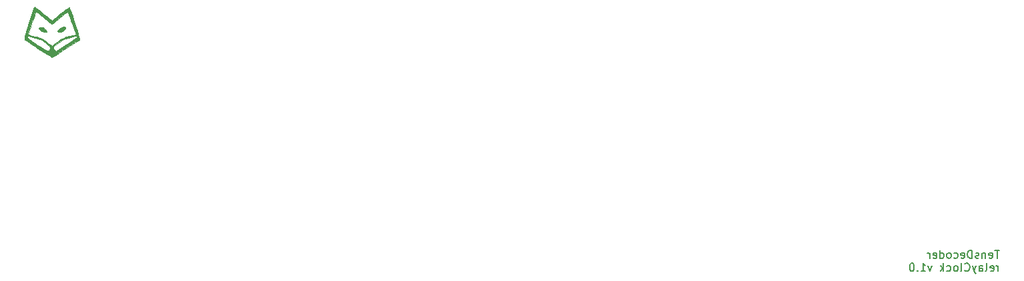
<source format=gbo>
G04 #@! TF.FileFunction,Legend,Bot*
%FSLAX46Y46*%
G04 Gerber Fmt 4.6, Leading zero omitted, Abs format (unit mm)*
G04 Created by KiCad (PCBNEW 4.0.4+e1-6308~48~ubuntu16.04.1-stable) date Mon Jan 22 22:00:05 2018*
%MOMM*%
%LPD*%
G01*
G04 APERTURE LIST*
%ADD10C,0.100000*%
%ADD11C,0.150000*%
%ADD12C,0.010000*%
G04 APERTURE END LIST*
D10*
D11*
X227869762Y-138327381D02*
X227298333Y-138327381D01*
X227584048Y-139327381D02*
X227584048Y-138327381D01*
X226584047Y-139279762D02*
X226679285Y-139327381D01*
X226869762Y-139327381D01*
X226965000Y-139279762D01*
X227012619Y-139184524D01*
X227012619Y-138803571D01*
X226965000Y-138708333D01*
X226869762Y-138660714D01*
X226679285Y-138660714D01*
X226584047Y-138708333D01*
X226536428Y-138803571D01*
X226536428Y-138898810D01*
X227012619Y-138994048D01*
X226107857Y-138660714D02*
X226107857Y-139327381D01*
X226107857Y-138755952D02*
X226060238Y-138708333D01*
X225965000Y-138660714D01*
X225822142Y-138660714D01*
X225726904Y-138708333D01*
X225679285Y-138803571D01*
X225679285Y-139327381D01*
X225250714Y-139279762D02*
X225155476Y-139327381D01*
X224965000Y-139327381D01*
X224869761Y-139279762D01*
X224822142Y-139184524D01*
X224822142Y-139136905D01*
X224869761Y-139041667D01*
X224965000Y-138994048D01*
X225107857Y-138994048D01*
X225203095Y-138946429D01*
X225250714Y-138851190D01*
X225250714Y-138803571D01*
X225203095Y-138708333D01*
X225107857Y-138660714D01*
X224965000Y-138660714D01*
X224869761Y-138708333D01*
X224393571Y-139327381D02*
X224393571Y-138327381D01*
X224155476Y-138327381D01*
X224012618Y-138375000D01*
X223917380Y-138470238D01*
X223869761Y-138565476D01*
X223822142Y-138755952D01*
X223822142Y-138898810D01*
X223869761Y-139089286D01*
X223917380Y-139184524D01*
X224012618Y-139279762D01*
X224155476Y-139327381D01*
X224393571Y-139327381D01*
X223012618Y-139279762D02*
X223107856Y-139327381D01*
X223298333Y-139327381D01*
X223393571Y-139279762D01*
X223441190Y-139184524D01*
X223441190Y-138803571D01*
X223393571Y-138708333D01*
X223298333Y-138660714D01*
X223107856Y-138660714D01*
X223012618Y-138708333D01*
X222964999Y-138803571D01*
X222964999Y-138898810D01*
X223441190Y-138994048D01*
X222107856Y-139279762D02*
X222203094Y-139327381D01*
X222393571Y-139327381D01*
X222488809Y-139279762D01*
X222536428Y-139232143D01*
X222584047Y-139136905D01*
X222584047Y-138851190D01*
X222536428Y-138755952D01*
X222488809Y-138708333D01*
X222393571Y-138660714D01*
X222203094Y-138660714D01*
X222107856Y-138708333D01*
X221536428Y-139327381D02*
X221631666Y-139279762D01*
X221679285Y-139232143D01*
X221726904Y-139136905D01*
X221726904Y-138851190D01*
X221679285Y-138755952D01*
X221631666Y-138708333D01*
X221536428Y-138660714D01*
X221393570Y-138660714D01*
X221298332Y-138708333D01*
X221250713Y-138755952D01*
X221203094Y-138851190D01*
X221203094Y-139136905D01*
X221250713Y-139232143D01*
X221298332Y-139279762D01*
X221393570Y-139327381D01*
X221536428Y-139327381D01*
X220345951Y-139327381D02*
X220345951Y-138327381D01*
X220345951Y-139279762D02*
X220441189Y-139327381D01*
X220631666Y-139327381D01*
X220726904Y-139279762D01*
X220774523Y-139232143D01*
X220822142Y-139136905D01*
X220822142Y-138851190D01*
X220774523Y-138755952D01*
X220726904Y-138708333D01*
X220631666Y-138660714D01*
X220441189Y-138660714D01*
X220345951Y-138708333D01*
X219488808Y-139279762D02*
X219584046Y-139327381D01*
X219774523Y-139327381D01*
X219869761Y-139279762D01*
X219917380Y-139184524D01*
X219917380Y-138803571D01*
X219869761Y-138708333D01*
X219774523Y-138660714D01*
X219584046Y-138660714D01*
X219488808Y-138708333D01*
X219441189Y-138803571D01*
X219441189Y-138898810D01*
X219917380Y-138994048D01*
X219012618Y-139327381D02*
X219012618Y-138660714D01*
X219012618Y-138851190D02*
X218964999Y-138755952D01*
X218917380Y-138708333D01*
X218822142Y-138660714D01*
X218726903Y-138660714D01*
X227726905Y-140977381D02*
X227726905Y-140310714D01*
X227726905Y-140501190D02*
X227679286Y-140405952D01*
X227631667Y-140358333D01*
X227536429Y-140310714D01*
X227441190Y-140310714D01*
X226726904Y-140929762D02*
X226822142Y-140977381D01*
X227012619Y-140977381D01*
X227107857Y-140929762D01*
X227155476Y-140834524D01*
X227155476Y-140453571D01*
X227107857Y-140358333D01*
X227012619Y-140310714D01*
X226822142Y-140310714D01*
X226726904Y-140358333D01*
X226679285Y-140453571D01*
X226679285Y-140548810D01*
X227155476Y-140644048D01*
X226107857Y-140977381D02*
X226203095Y-140929762D01*
X226250714Y-140834524D01*
X226250714Y-139977381D01*
X225298332Y-140977381D02*
X225298332Y-140453571D01*
X225345951Y-140358333D01*
X225441189Y-140310714D01*
X225631666Y-140310714D01*
X225726904Y-140358333D01*
X225298332Y-140929762D02*
X225393570Y-140977381D01*
X225631666Y-140977381D01*
X225726904Y-140929762D01*
X225774523Y-140834524D01*
X225774523Y-140739286D01*
X225726904Y-140644048D01*
X225631666Y-140596429D01*
X225393570Y-140596429D01*
X225298332Y-140548810D01*
X224917380Y-140310714D02*
X224679285Y-140977381D01*
X224441189Y-140310714D02*
X224679285Y-140977381D01*
X224774523Y-141215476D01*
X224822142Y-141263095D01*
X224917380Y-141310714D01*
X223488808Y-140882143D02*
X223536427Y-140929762D01*
X223679284Y-140977381D01*
X223774522Y-140977381D01*
X223917380Y-140929762D01*
X224012618Y-140834524D01*
X224060237Y-140739286D01*
X224107856Y-140548810D01*
X224107856Y-140405952D01*
X224060237Y-140215476D01*
X224012618Y-140120238D01*
X223917380Y-140025000D01*
X223774522Y-139977381D01*
X223679284Y-139977381D01*
X223536427Y-140025000D01*
X223488808Y-140072619D01*
X222917380Y-140977381D02*
X223012618Y-140929762D01*
X223060237Y-140834524D01*
X223060237Y-139977381D01*
X222393570Y-140977381D02*
X222488808Y-140929762D01*
X222536427Y-140882143D01*
X222584046Y-140786905D01*
X222584046Y-140501190D01*
X222536427Y-140405952D01*
X222488808Y-140358333D01*
X222393570Y-140310714D01*
X222250712Y-140310714D01*
X222155474Y-140358333D01*
X222107855Y-140405952D01*
X222060236Y-140501190D01*
X222060236Y-140786905D01*
X222107855Y-140882143D01*
X222155474Y-140929762D01*
X222250712Y-140977381D01*
X222393570Y-140977381D01*
X221203093Y-140929762D02*
X221298331Y-140977381D01*
X221488808Y-140977381D01*
X221584046Y-140929762D01*
X221631665Y-140882143D01*
X221679284Y-140786905D01*
X221679284Y-140501190D01*
X221631665Y-140405952D01*
X221584046Y-140358333D01*
X221488808Y-140310714D01*
X221298331Y-140310714D01*
X221203093Y-140358333D01*
X220774522Y-140977381D02*
X220774522Y-139977381D01*
X220679284Y-140596429D02*
X220393569Y-140977381D01*
X220393569Y-140310714D02*
X220774522Y-140691667D01*
X219298331Y-140310714D02*
X219060236Y-140977381D01*
X218822140Y-140310714D01*
X217917378Y-140977381D02*
X218488807Y-140977381D01*
X218203093Y-140977381D02*
X218203093Y-139977381D01*
X218298331Y-140120238D01*
X218393569Y-140215476D01*
X218488807Y-140263095D01*
X217488807Y-140882143D02*
X217441188Y-140929762D01*
X217488807Y-140977381D01*
X217536426Y-140929762D01*
X217488807Y-140882143D01*
X217488807Y-140977381D01*
X216822141Y-139977381D02*
X216726902Y-139977381D01*
X216631664Y-140025000D01*
X216584045Y-140072619D01*
X216536426Y-140167857D01*
X216488807Y-140358333D01*
X216488807Y-140596429D01*
X216536426Y-140786905D01*
X216584045Y-140882143D01*
X216631664Y-140929762D01*
X216726902Y-140977381D01*
X216822141Y-140977381D01*
X216917379Y-140929762D01*
X216964998Y-140882143D01*
X217012617Y-140786905D01*
X217060236Y-140596429D01*
X217060236Y-140358333D01*
X217012617Y-140167857D01*
X216964998Y-140072619D01*
X216917379Y-140025000D01*
X216822141Y-139977381D01*
D12*
G36*
X105461767Y-107435991D02*
X105379826Y-107653239D01*
X105261280Y-107988838D01*
X105113592Y-108421315D01*
X104944226Y-108929194D01*
X104789479Y-109402025D01*
X104581952Y-110046907D01*
X104425004Y-110549441D01*
X104314083Y-110927385D01*
X104244633Y-111198497D01*
X104212101Y-111380537D01*
X104211932Y-111491261D01*
X104239146Y-111548038D01*
X104334713Y-111617408D01*
X104544871Y-111759307D01*
X104845809Y-111958369D01*
X105213719Y-112199226D01*
X105624792Y-112466511D01*
X106055216Y-112744858D01*
X106481184Y-113018899D01*
X106878886Y-113273268D01*
X107224511Y-113492596D01*
X107494251Y-113661518D01*
X107664297Y-113764667D01*
X107712215Y-113789614D01*
X107787439Y-113744795D01*
X107984642Y-113620224D01*
X108283966Y-113428646D01*
X108665550Y-113182803D01*
X109109536Y-112895439D01*
X109427260Y-112689121D01*
X109905761Y-112376910D01*
X110338180Y-112092675D01*
X110703777Y-111850218D01*
X110981809Y-111663345D01*
X111151535Y-111545859D01*
X111193608Y-111513592D01*
X111185828Y-111419750D01*
X111140984Y-111230833D01*
X110827682Y-111230833D01*
X110752901Y-111340514D01*
X110530806Y-111528605D01*
X110163377Y-111793608D01*
X109652592Y-112134024D01*
X109536515Y-112209025D01*
X108246333Y-113039050D01*
X108055833Y-112818137D01*
X107926896Y-112649441D01*
X107872969Y-112545438D01*
X107526667Y-112545438D01*
X107473278Y-112667825D01*
X107345741Y-112830673D01*
X107279213Y-112903416D01*
X107220039Y-112951717D01*
X107147803Y-112966609D01*
X107042087Y-112939125D01*
X106882473Y-112860298D01*
X106648545Y-112721161D01*
X106319884Y-112512747D01*
X105876073Y-112226088D01*
X105679006Y-112098667D01*
X105191687Y-111773992D01*
X104840411Y-111517986D01*
X104629805Y-111334253D01*
X104564237Y-111230833D01*
X104586866Y-111105000D01*
X104612727Y-111082667D01*
X104735565Y-111103770D01*
X104974088Y-111158873D01*
X105281102Y-111235666D01*
X105609414Y-111321840D01*
X105911830Y-111405086D01*
X106141157Y-111473093D01*
X106234329Y-111505631D01*
X106406137Y-111602635D01*
X106641948Y-111765834D01*
X106905610Y-111966142D01*
X107160973Y-112174471D01*
X107371886Y-112361735D01*
X107502199Y-112498847D01*
X107526667Y-112545438D01*
X107872969Y-112545438D01*
X107866047Y-112532089D01*
X107865333Y-112525007D01*
X107926835Y-112448403D01*
X108087214Y-112299643D01*
X108310288Y-112108706D01*
X108559871Y-111905571D01*
X108799778Y-111720218D01*
X108993824Y-111582625D01*
X109031434Y-111558896D01*
X109161611Y-111506810D01*
X109408577Y-111427223D01*
X109724789Y-111333490D01*
X110062707Y-111238968D01*
X110374787Y-111157013D01*
X110613488Y-111100983D01*
X110722833Y-111083718D01*
X110811920Y-111152270D01*
X110827682Y-111230833D01*
X111140984Y-111230833D01*
X111131818Y-111192220D01*
X111052050Y-110901575D01*
X110727167Y-110901575D01*
X109910084Y-111097922D01*
X109510603Y-111200735D01*
X109212307Y-111302779D01*
X108953746Y-111433683D01*
X108673471Y-111623079D01*
X108415667Y-111818537D01*
X108129371Y-112038575D01*
X107897072Y-112214173D01*
X107748414Y-112323094D01*
X107710185Y-112347735D01*
X107635657Y-112301549D01*
X107458024Y-112173292D01*
X107207592Y-111985179D01*
X107032852Y-111851167D01*
X106703234Y-111606244D01*
X106430870Y-111437101D01*
X106153347Y-111313728D01*
X105808255Y-111206114D01*
X105551344Y-111138789D01*
X105200974Y-111047905D01*
X104918789Y-110970710D01*
X104740598Y-110917234D01*
X104697032Y-110899455D01*
X104710844Y-110809217D01*
X104770278Y-110591235D01*
X104865118Y-110276440D01*
X104985142Y-109895761D01*
X105120134Y-109480130D01*
X105259873Y-109060476D01*
X105394141Y-108667732D01*
X105512720Y-108332827D01*
X105605389Y-108086692D01*
X105661930Y-107960257D01*
X105671478Y-107950000D01*
X105754676Y-108002063D01*
X105941762Y-108145309D01*
X106208397Y-108360329D01*
X106530240Y-108627709D01*
X106680000Y-108754333D01*
X107018112Y-109038298D01*
X107311477Y-109278277D01*
X107535764Y-109454860D01*
X107666644Y-109548636D01*
X107688178Y-109558667D01*
X107771348Y-109506811D01*
X107958895Y-109364063D01*
X108226560Y-109149655D01*
X108550084Y-108882815D01*
X108708831Y-108749573D01*
X109048421Y-108470675D01*
X109343604Y-108242670D01*
X109570412Y-108082957D01*
X109704874Y-108008937D01*
X109729393Y-108008740D01*
X109774978Y-108107957D01*
X109863117Y-108340783D01*
X109983996Y-108679797D01*
X110127804Y-109097573D01*
X110259136Y-109489287D01*
X110727167Y-110901575D01*
X111052050Y-110901575D01*
X111039978Y-110857591D01*
X110918705Y-110442454D01*
X110776398Y-109973401D01*
X110621456Y-109477021D01*
X110462276Y-108979907D01*
X110307257Y-108508647D01*
X110164797Y-108089834D01*
X110043294Y-107750057D01*
X109951147Y-107515908D01*
X109899717Y-107416858D01*
X109818253Y-107446050D01*
X109632030Y-107569927D01*
X109363721Y-107771663D01*
X109036001Y-108034435D01*
X108788458Y-108241376D01*
X108433364Y-108540902D01*
X108124324Y-108797609D01*
X107883791Y-108993162D01*
X107734220Y-109109227D01*
X107696000Y-109133393D01*
X107620322Y-109081585D01*
X107438187Y-108938313D01*
X107172118Y-108721832D01*
X106844638Y-108450394D01*
X106600306Y-108245375D01*
X106243741Y-107947171D01*
X105932905Y-107691756D01*
X105690439Y-107497372D01*
X105538985Y-107382261D01*
X105499640Y-107358570D01*
X105461767Y-107435991D01*
X105461767Y-107435991D01*
G37*
X105461767Y-107435991D02*
X105379826Y-107653239D01*
X105261280Y-107988838D01*
X105113592Y-108421315D01*
X104944226Y-108929194D01*
X104789479Y-109402025D01*
X104581952Y-110046907D01*
X104425004Y-110549441D01*
X104314083Y-110927385D01*
X104244633Y-111198497D01*
X104212101Y-111380537D01*
X104211932Y-111491261D01*
X104239146Y-111548038D01*
X104334713Y-111617408D01*
X104544871Y-111759307D01*
X104845809Y-111958369D01*
X105213719Y-112199226D01*
X105624792Y-112466511D01*
X106055216Y-112744858D01*
X106481184Y-113018899D01*
X106878886Y-113273268D01*
X107224511Y-113492596D01*
X107494251Y-113661518D01*
X107664297Y-113764667D01*
X107712215Y-113789614D01*
X107787439Y-113744795D01*
X107984642Y-113620224D01*
X108283966Y-113428646D01*
X108665550Y-113182803D01*
X109109536Y-112895439D01*
X109427260Y-112689121D01*
X109905761Y-112376910D01*
X110338180Y-112092675D01*
X110703777Y-111850218D01*
X110981809Y-111663345D01*
X111151535Y-111545859D01*
X111193608Y-111513592D01*
X111185828Y-111419750D01*
X111140984Y-111230833D01*
X110827682Y-111230833D01*
X110752901Y-111340514D01*
X110530806Y-111528605D01*
X110163377Y-111793608D01*
X109652592Y-112134024D01*
X109536515Y-112209025D01*
X108246333Y-113039050D01*
X108055833Y-112818137D01*
X107926896Y-112649441D01*
X107872969Y-112545438D01*
X107526667Y-112545438D01*
X107473278Y-112667825D01*
X107345741Y-112830673D01*
X107279213Y-112903416D01*
X107220039Y-112951717D01*
X107147803Y-112966609D01*
X107042087Y-112939125D01*
X106882473Y-112860298D01*
X106648545Y-112721161D01*
X106319884Y-112512747D01*
X105876073Y-112226088D01*
X105679006Y-112098667D01*
X105191687Y-111773992D01*
X104840411Y-111517986D01*
X104629805Y-111334253D01*
X104564237Y-111230833D01*
X104586866Y-111105000D01*
X104612727Y-111082667D01*
X104735565Y-111103770D01*
X104974088Y-111158873D01*
X105281102Y-111235666D01*
X105609414Y-111321840D01*
X105911830Y-111405086D01*
X106141157Y-111473093D01*
X106234329Y-111505631D01*
X106406137Y-111602635D01*
X106641948Y-111765834D01*
X106905610Y-111966142D01*
X107160973Y-112174471D01*
X107371886Y-112361735D01*
X107502199Y-112498847D01*
X107526667Y-112545438D01*
X107872969Y-112545438D01*
X107866047Y-112532089D01*
X107865333Y-112525007D01*
X107926835Y-112448403D01*
X108087214Y-112299643D01*
X108310288Y-112108706D01*
X108559871Y-111905571D01*
X108799778Y-111720218D01*
X108993824Y-111582625D01*
X109031434Y-111558896D01*
X109161611Y-111506810D01*
X109408577Y-111427223D01*
X109724789Y-111333490D01*
X110062707Y-111238968D01*
X110374787Y-111157013D01*
X110613488Y-111100983D01*
X110722833Y-111083718D01*
X110811920Y-111152270D01*
X110827682Y-111230833D01*
X111140984Y-111230833D01*
X111131818Y-111192220D01*
X111052050Y-110901575D01*
X110727167Y-110901575D01*
X109910084Y-111097922D01*
X109510603Y-111200735D01*
X109212307Y-111302779D01*
X108953746Y-111433683D01*
X108673471Y-111623079D01*
X108415667Y-111818537D01*
X108129371Y-112038575D01*
X107897072Y-112214173D01*
X107748414Y-112323094D01*
X107710185Y-112347735D01*
X107635657Y-112301549D01*
X107458024Y-112173292D01*
X107207592Y-111985179D01*
X107032852Y-111851167D01*
X106703234Y-111606244D01*
X106430870Y-111437101D01*
X106153347Y-111313728D01*
X105808255Y-111206114D01*
X105551344Y-111138789D01*
X105200974Y-111047905D01*
X104918789Y-110970710D01*
X104740598Y-110917234D01*
X104697032Y-110899455D01*
X104710844Y-110809217D01*
X104770278Y-110591235D01*
X104865118Y-110276440D01*
X104985142Y-109895761D01*
X105120134Y-109480130D01*
X105259873Y-109060476D01*
X105394141Y-108667732D01*
X105512720Y-108332827D01*
X105605389Y-108086692D01*
X105661930Y-107960257D01*
X105671478Y-107950000D01*
X105754676Y-108002063D01*
X105941762Y-108145309D01*
X106208397Y-108360329D01*
X106530240Y-108627709D01*
X106680000Y-108754333D01*
X107018112Y-109038298D01*
X107311477Y-109278277D01*
X107535764Y-109454860D01*
X107666644Y-109548636D01*
X107688178Y-109558667D01*
X107771348Y-109506811D01*
X107958895Y-109364063D01*
X108226560Y-109149655D01*
X108550084Y-108882815D01*
X108708831Y-108749573D01*
X109048421Y-108470675D01*
X109343604Y-108242670D01*
X109570412Y-108082957D01*
X109704874Y-108008937D01*
X109729393Y-108008740D01*
X109774978Y-108107957D01*
X109863117Y-108340783D01*
X109983996Y-108679797D01*
X110127804Y-109097573D01*
X110259136Y-109489287D01*
X110727167Y-110901575D01*
X111052050Y-110901575D01*
X111039978Y-110857591D01*
X110918705Y-110442454D01*
X110776398Y-109973401D01*
X110621456Y-109477021D01*
X110462276Y-108979907D01*
X110307257Y-108508647D01*
X110164797Y-108089834D01*
X110043294Y-107750057D01*
X109951147Y-107515908D01*
X109899717Y-107416858D01*
X109818253Y-107446050D01*
X109632030Y-107569927D01*
X109363721Y-107771663D01*
X109036001Y-108034435D01*
X108788458Y-108241376D01*
X108433364Y-108540902D01*
X108124324Y-108797609D01*
X107883791Y-108993162D01*
X107734220Y-109109227D01*
X107696000Y-109133393D01*
X107620322Y-109081585D01*
X107438187Y-108938313D01*
X107172118Y-108721832D01*
X106844638Y-108450394D01*
X106600306Y-108245375D01*
X106243741Y-107947171D01*
X105932905Y-107691756D01*
X105690439Y-107497372D01*
X105538985Y-107382261D01*
X105499640Y-107358570D01*
X105461767Y-107435991D01*
G36*
X108983466Y-109948978D02*
X108784408Y-110076583D01*
X108582170Y-110239156D01*
X108428181Y-110395707D01*
X108373333Y-110498771D01*
X108445708Y-110548881D01*
X108619325Y-110566382D01*
X108828925Y-110549501D01*
X108966000Y-110514873D01*
X109119572Y-110425737D01*
X109282443Y-110296125D01*
X109406356Y-110148915D01*
X109395385Y-110034179D01*
X109377909Y-110010568D01*
X109216901Y-109912079D01*
X109127913Y-109897333D01*
X108983466Y-109948978D01*
X108983466Y-109948978D01*
G37*
X108983466Y-109948978D02*
X108784408Y-110076583D01*
X108582170Y-110239156D01*
X108428181Y-110395707D01*
X108373333Y-110498771D01*
X108445708Y-110548881D01*
X108619325Y-110566382D01*
X108828925Y-110549501D01*
X108966000Y-110514873D01*
X109119572Y-110425737D01*
X109282443Y-110296125D01*
X109406356Y-110148915D01*
X109395385Y-110034179D01*
X109377909Y-110010568D01*
X109216901Y-109912079D01*
X109127913Y-109897333D01*
X108983466Y-109948978D01*
G36*
X106103850Y-109983660D02*
X106013899Y-110086103D01*
X106069162Y-110234739D01*
X106272062Y-110402751D01*
X106487203Y-110502029D01*
X106716489Y-110562181D01*
X106908092Y-110575649D01*
X107010185Y-110534878D01*
X107015622Y-110511167D01*
X106964594Y-110409398D01*
X106842936Y-110240868D01*
X106816069Y-110207468D01*
X106573970Y-110008668D01*
X106335347Y-109953468D01*
X106103850Y-109983660D01*
X106103850Y-109983660D01*
G37*
X106103850Y-109983660D02*
X106013899Y-110086103D01*
X106069162Y-110234739D01*
X106272062Y-110402751D01*
X106487203Y-110502029D01*
X106716489Y-110562181D01*
X106908092Y-110575649D01*
X107010185Y-110534878D01*
X107015622Y-110511167D01*
X106964594Y-110409398D01*
X106842936Y-110240868D01*
X106816069Y-110207468D01*
X106573970Y-110008668D01*
X106335347Y-109953468D01*
X106103850Y-109983660D01*
M02*

</source>
